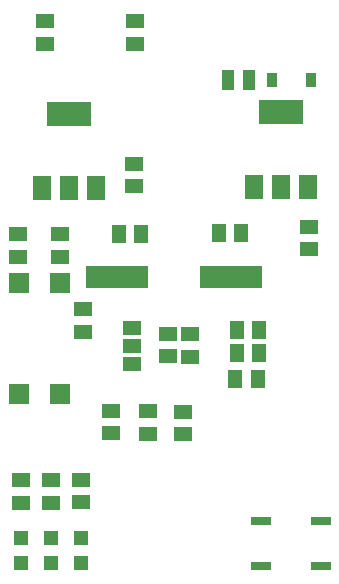
<source format=gbr>
G04 EAGLE Gerber RS-274X export*
G75*
%MOMM*%
%FSLAX34Y34*%
%LPD*%
%INSolderpaste Bottom*%
%IPPOS*%
%AMOC8*
5,1,8,0,0,1.08239X$1,22.5*%
G01*
%ADD10R,1.300000X1.500000*%
%ADD11R,1.500000X1.300000*%
%ADD12R,1.020000X1.780000*%
%ADD13R,1.778000X1.778000*%
%ADD14R,1.600200X1.168400*%
%ADD15R,1.200000X1.200000*%
%ADD16R,1.651000X0.762000*%
%ADD17R,1.500000X2.000000*%
%ADD18R,3.800000X2.000000*%
%ADD19R,5.334000X1.930400*%
%ADD20R,0.910000X1.220000*%


D10*
X298044Y207518D03*
X279044Y207518D03*
X298044Y188532D03*
X279044Y188532D03*
D11*
X172148Y120294D03*
X172148Y139294D03*
D10*
X296837Y166624D03*
X277837Y166624D03*
D11*
X233616Y119786D03*
X233616Y138786D03*
D10*
X178968Y289052D03*
X197968Y289052D03*
D11*
X239522Y185318D03*
X239522Y204318D03*
X220536Y204572D03*
X220536Y185572D03*
X204089Y119913D03*
X204089Y138913D03*
X193040Y450240D03*
X193040Y469240D03*
X148590Y225400D03*
X148590Y206400D03*
D10*
X282550Y289560D03*
X263550Y289560D03*
D11*
X129540Y269900D03*
X129540Y288900D03*
X93980Y269900D03*
X93980Y288900D03*
X340360Y276250D03*
X340360Y295250D03*
D12*
X289379Y419544D03*
X271579Y419544D03*
D11*
X96519Y61682D03*
X96519Y80682D03*
X121920Y61684D03*
X121920Y80684D03*
X147194Y61875D03*
X147194Y80875D03*
D13*
X94260Y247660D03*
X94260Y153660D03*
X129260Y247660D03*
X129260Y153660D03*
D14*
X190246Y209296D03*
X190246Y194056D03*
X190246Y178816D03*
D15*
X147320Y10836D03*
X147320Y31836D03*
X121666Y10963D03*
X121666Y31963D03*
D16*
X350520Y46482D03*
X299720Y46482D03*
X350520Y8382D03*
X299720Y8382D03*
D15*
X96520Y10963D03*
X96520Y31963D03*
D17*
X339230Y329180D03*
X316230Y329180D03*
X293230Y329180D03*
D18*
X316230Y392180D03*
D19*
X177800Y252730D03*
X274320Y252730D03*
D20*
X308770Y419100D03*
X341470Y419100D03*
D17*
X160160Y327910D03*
X137160Y327910D03*
X114160Y327910D03*
D18*
X137160Y390910D03*
D11*
X191770Y348590D03*
X191770Y329590D03*
X116840Y469240D03*
X116840Y450240D03*
M02*

</source>
